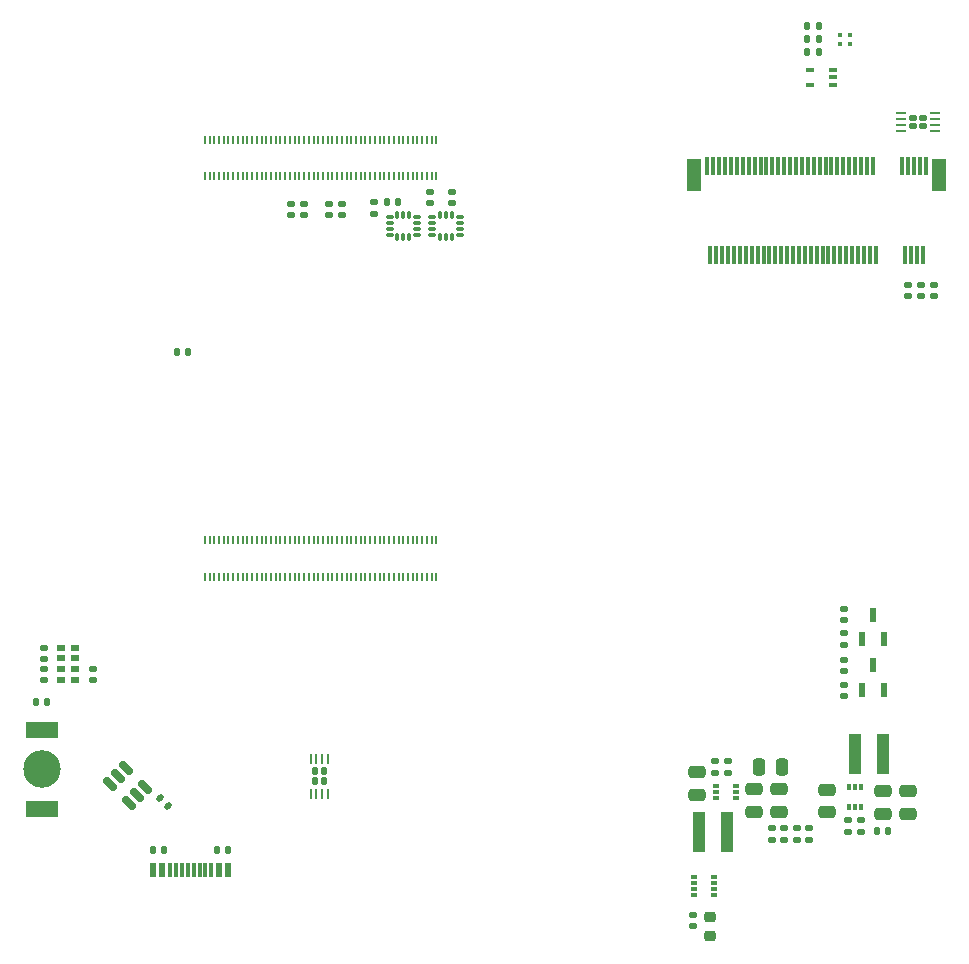
<source format=gbr>
%TF.GenerationSoftware,KiCad,Pcbnew,7.0.1*%
%TF.CreationDate,2023-05-02T11:52:01+02:00*%
%TF.ProjectId,Payload_cm4_23,5061796c-6f61-4645-9f63-6d345f32332e,rev?*%
%TF.SameCoordinates,Original*%
%TF.FileFunction,Paste,Top*%
%TF.FilePolarity,Positive*%
%FSLAX46Y46*%
G04 Gerber Fmt 4.6, Leading zero omitted, Abs format (unit mm)*
G04 Created by KiCad (PCBNEW 7.0.1) date 2023-05-02 11:52:01*
%MOMM*%
%LPD*%
G01*
G04 APERTURE LIST*
G04 Aperture macros list*
%AMRoundRect*
0 Rectangle with rounded corners*
0 $1 Rounding radius*
0 $2 $3 $4 $5 $6 $7 $8 $9 X,Y pos of 4 corners*
0 Add a 4 corners polygon primitive as box body*
4,1,4,$2,$3,$4,$5,$6,$7,$8,$9,$2,$3,0*
0 Add four circle primitives for the rounded corners*
1,1,$1+$1,$2,$3*
1,1,$1+$1,$4,$5*
1,1,$1+$1,$6,$7*
1,1,$1+$1,$8,$9*
0 Add four rect primitives between the rounded corners*
20,1,$1+$1,$2,$3,$4,$5,0*
20,1,$1+$1,$4,$5,$6,$7,0*
20,1,$1+$1,$6,$7,$8,$9,0*
20,1,$1+$1,$8,$9,$2,$3,0*%
G04 Aperture macros list end*
%ADD10R,0.475000X0.300000*%
%ADD11R,0.600000X1.300000*%
%ADD12R,0.800000X0.500000*%
%ADD13RoundRect,0.140000X-0.170000X0.140000X-0.170000X-0.140000X0.170000X-0.140000X0.170000X0.140000X0*%
%ADD14RoundRect,0.140000X0.170000X-0.140000X0.170000X0.140000X-0.170000X0.140000X-0.170000X-0.140000X0*%
%ADD15RoundRect,0.140000X-0.140000X-0.170000X0.140000X-0.170000X0.140000X0.170000X-0.140000X0.170000X0*%
%ADD16RoundRect,0.150000X0.468458X-0.256326X-0.256326X0.468458X-0.468458X0.256326X0.256326X-0.468458X0*%
%ADD17R,0.980000X3.400000*%
%ADD18RoundRect,0.140000X0.140000X0.170000X-0.140000X0.170000X-0.140000X-0.170000X0.140000X-0.170000X0*%
%ADD19R,0.650000X0.400000*%
%ADD20RoundRect,0.250000X-0.475000X0.250000X-0.475000X-0.250000X0.475000X-0.250000X0.475000X0.250000X0*%
%ADD21RoundRect,0.250000X-0.250000X-0.475000X0.250000X-0.475000X0.250000X0.475000X-0.250000X0.475000X0*%
%ADD22R,0.300000X1.550000*%
%ADD23R,1.200000X2.750000*%
%ADD24RoundRect,0.140000X0.219203X0.021213X0.021213X0.219203X-0.219203X-0.021213X-0.021213X-0.219203X0*%
%ADD25R,0.200000X0.700000*%
%ADD26C,3.180000*%
%ADD27R,2.790000X1.400000*%
%ADD28R,0.600000X1.150000*%
%ADD29R,0.300000X1.150000*%
%ADD30RoundRect,0.218750X0.256250X-0.218750X0.256250X0.218750X-0.256250X0.218750X-0.256250X-0.218750X0*%
%ADD31R,0.300000X0.475000*%
%ADD32R,0.400000X0.400000*%
%ADD33RoundRect,0.140000X0.205000X0.140000X-0.205000X0.140000X-0.205000X-0.140000X0.205000X-0.140000X0*%
%ADD34RoundRect,0.062500X0.337500X0.062500X-0.337500X0.062500X-0.337500X-0.062500X0.337500X-0.062500X0*%
%ADD35RoundRect,0.087500X0.225000X0.087500X-0.225000X0.087500X-0.225000X-0.087500X0.225000X-0.087500X0*%
%ADD36RoundRect,0.087500X0.087500X0.225000X-0.087500X0.225000X-0.087500X-0.225000X0.087500X-0.225000X0*%
%ADD37RoundRect,0.250000X0.475000X-0.250000X0.475000X0.250000X-0.475000X0.250000X-0.475000X-0.250000X0*%
%ADD38RoundRect,0.140000X-0.140000X0.205000X-0.140000X-0.205000X0.140000X-0.205000X0.140000X0.205000X0*%
%ADD39RoundRect,0.062500X-0.062500X0.337500X-0.062500X-0.337500X0.062500X-0.337500X0.062500X0.337500X0*%
G04 APERTURE END LIST*
D10*
%TO.C,IC2*%
X166412000Y-97500000D03*
X166412000Y-98000000D03*
X166412000Y-98500000D03*
X166412000Y-99000000D03*
X168088000Y-99000000D03*
X168088000Y-98500000D03*
X168088000Y-98000000D03*
X168088000Y-97500000D03*
%TD*%
D11*
%TO.C,Q2*%
X180600000Y-77400000D03*
X182500000Y-77400000D03*
X181550000Y-75300000D03*
%TD*%
D12*
%TO.C,IC1*%
X114000000Y-80800000D03*
X114000000Y-79900000D03*
X114000000Y-79000000D03*
X114000000Y-78100000D03*
X112800000Y-78100000D03*
X112800000Y-79000000D03*
X112800000Y-79900000D03*
X112800000Y-80800000D03*
%TD*%
D13*
%TO.C,C10*%
X185600000Y-47400000D03*
X185600000Y-48360000D03*
%TD*%
D14*
%TO.C,R19*%
X173000000Y-94360000D03*
X173000000Y-93400000D03*
%TD*%
D15*
%TO.C,C2*%
X110700000Y-82700000D03*
X111660000Y-82700000D03*
%TD*%
D16*
%TO.C,U8*%
X118582583Y-91276085D03*
X119254334Y-90604334D03*
X119926085Y-89932583D03*
X118317417Y-88323915D03*
X117645666Y-88995666D03*
X116973915Y-89667417D03*
%TD*%
D13*
%TO.C,C9*%
X186700000Y-47400000D03*
X186700000Y-48360000D03*
%TD*%
%TO.C,R14*%
X179415000Y-92716462D03*
X179415000Y-93676462D03*
%TD*%
D14*
%TO.C,R18*%
X174050000Y-94360000D03*
X174050000Y-93400000D03*
%TD*%
D17*
%TO.C,L1*%
X166800000Y-93700000D03*
X169170000Y-93700000D03*
%TD*%
D18*
%TO.C,R3*%
X176980000Y-25500000D03*
X176020000Y-25500000D03*
%TD*%
D14*
%TO.C,R17*%
X168200000Y-88680000D03*
X168200000Y-87720000D03*
%TD*%
D19*
%TO.C,U7*%
X178150000Y-30450000D03*
X178150000Y-29800000D03*
X178150000Y-29150000D03*
X176250000Y-29150000D03*
X176250000Y-30450000D03*
%TD*%
D14*
%TO.C,R13*%
X179150000Y-75760000D03*
X179150000Y-74800000D03*
%TD*%
D15*
%TO.C,C17*%
X181915000Y-93616462D03*
X182875000Y-93616462D03*
%TD*%
D11*
%TO.C,Q1*%
X180600000Y-81700000D03*
X182500000Y-81700000D03*
X181550000Y-79600000D03*
%TD*%
D20*
%TO.C,C15*%
X171500000Y-90100000D03*
X171500000Y-92000000D03*
%TD*%
D21*
%TO.C,C14*%
X171950000Y-88200000D03*
X173850000Y-88200000D03*
%TD*%
D14*
%TO.C,C1*%
X111400000Y-79080000D03*
X111400000Y-78120000D03*
%TD*%
D22*
%TO.C,J4*%
X167550000Y-37325000D03*
X167800000Y-44875000D03*
X168050000Y-37325000D03*
X168300000Y-44875000D03*
X168550000Y-37325000D03*
X168800000Y-44875000D03*
X169050000Y-37325000D03*
X169300000Y-44875000D03*
X169550000Y-37325000D03*
X169800000Y-44875000D03*
X170050000Y-37325000D03*
X170300000Y-44875000D03*
X170550000Y-37325000D03*
X170800000Y-44875000D03*
X171050000Y-37325000D03*
X171300000Y-44875000D03*
X171550000Y-37325000D03*
X171800000Y-44875000D03*
X172050000Y-37325000D03*
X172300000Y-44875000D03*
X172550000Y-37325000D03*
X172800000Y-44875000D03*
X173050000Y-37325000D03*
X173300000Y-44875000D03*
X173550000Y-37325000D03*
X173800000Y-44875000D03*
X174050000Y-37325000D03*
X174300000Y-44875000D03*
X174550000Y-37325000D03*
X174800000Y-44875000D03*
X175050000Y-37325000D03*
X175300000Y-44875000D03*
X175550000Y-37325000D03*
X175800000Y-44875000D03*
X176050000Y-37325000D03*
X176300000Y-44875000D03*
X176550000Y-37325000D03*
X176800000Y-44875000D03*
X177050000Y-37325000D03*
X177300000Y-44875000D03*
X177550000Y-37325000D03*
X177800000Y-44875000D03*
X178050000Y-37325000D03*
X178300000Y-44875000D03*
X178550000Y-37325000D03*
X178800000Y-44875000D03*
X179050000Y-37325000D03*
X179300000Y-44875000D03*
X179550000Y-37325000D03*
X179800000Y-44875000D03*
X180050000Y-37325000D03*
X180300000Y-44875000D03*
X180550000Y-37325000D03*
X180800000Y-44875000D03*
X181050000Y-37325000D03*
X181300000Y-44875000D03*
X181550000Y-37325000D03*
X181800000Y-44875000D03*
X184050000Y-37325000D03*
X184300000Y-44875000D03*
X184550000Y-37325000D03*
X184800000Y-44875000D03*
X185050000Y-37325000D03*
X185300000Y-44875000D03*
X185550000Y-37325000D03*
X185800000Y-44875000D03*
X186050000Y-37325000D03*
D23*
X166450000Y-38100000D03*
X187150000Y-38100000D03*
%TD*%
D14*
%TO.C,R7*%
X132300000Y-41480000D03*
X132300000Y-40520000D03*
%TD*%
D24*
%TO.C,C5*%
X121890000Y-91520000D03*
X121211178Y-90841178D03*
%TD*%
D20*
%TO.C,C16*%
X173600000Y-90100000D03*
X173600000Y-92000000D03*
%TD*%
D25*
%TO.C,U2*%
X144600000Y-35100000D03*
X144600000Y-38180000D03*
X144200000Y-35100000D03*
X144200000Y-38180000D03*
X143800000Y-35100000D03*
X143800000Y-38180000D03*
X143400000Y-35100000D03*
X143400000Y-38180000D03*
X143000000Y-35100000D03*
X143000000Y-38180000D03*
X142600000Y-35100000D03*
X142600000Y-38180000D03*
X142200000Y-35100000D03*
X142200000Y-38180000D03*
X141800000Y-35100000D03*
X141800000Y-38180000D03*
X141400000Y-35100000D03*
X141400000Y-38180000D03*
X141000000Y-35100000D03*
X141000000Y-38180000D03*
X140600000Y-35100000D03*
X140600000Y-38180000D03*
X140200000Y-35100000D03*
X140200000Y-38180000D03*
X139800000Y-35100000D03*
X139800000Y-38180000D03*
X139400000Y-35100000D03*
X139400000Y-38180000D03*
X139000000Y-35100000D03*
X139000000Y-38180000D03*
X138600000Y-35100000D03*
X138600000Y-38180000D03*
X138200000Y-35100000D03*
X138200000Y-38180000D03*
X137800000Y-35100000D03*
X137800000Y-38180000D03*
X137400000Y-35100000D03*
X137400000Y-38180000D03*
X137000000Y-35100000D03*
X137000000Y-38180000D03*
X136600000Y-35100000D03*
X136600000Y-38180000D03*
X136200000Y-35100000D03*
X136200000Y-38180000D03*
X135800000Y-35100000D03*
X135800000Y-38180000D03*
X135400000Y-35100000D03*
X135400000Y-38180000D03*
X135000000Y-35100000D03*
X135000000Y-38180000D03*
X134600000Y-35100000D03*
X134600000Y-38180000D03*
X134200000Y-35100000D03*
X134200000Y-38180000D03*
X133800000Y-35100000D03*
X133800000Y-38180000D03*
X133400000Y-35100000D03*
X133400000Y-38180000D03*
X133000000Y-35100000D03*
X133000000Y-38180000D03*
X132600000Y-35100000D03*
X132600000Y-38180000D03*
X132200000Y-35100000D03*
X132200000Y-38180000D03*
X131800000Y-35100000D03*
X131800000Y-38180000D03*
X131400000Y-35100000D03*
X131400000Y-38180000D03*
X131000000Y-35100000D03*
X131000000Y-38180000D03*
X130600000Y-35100000D03*
X130600000Y-38180000D03*
X130200000Y-35100000D03*
X130200000Y-38180000D03*
X129800000Y-35100000D03*
X129800000Y-38180000D03*
X129400000Y-35100000D03*
X129400000Y-38180000D03*
X129000000Y-35100000D03*
X129000000Y-38180000D03*
X128600000Y-35100000D03*
X128600000Y-38180000D03*
X128200000Y-35100000D03*
X128200000Y-38180000D03*
X127800000Y-35100000D03*
X127800000Y-38180000D03*
X127400000Y-35100000D03*
X127400000Y-38180000D03*
X127000000Y-35100000D03*
X127000000Y-38180000D03*
X126600000Y-35100000D03*
X126600000Y-38180000D03*
X126200000Y-35100000D03*
X126200000Y-38180000D03*
X125800000Y-35100000D03*
X125800000Y-38180000D03*
X125400000Y-35100000D03*
X125400000Y-38180000D03*
X125000000Y-35100000D03*
X125000000Y-38180000D03*
X144600000Y-69020000D03*
X144600000Y-72100000D03*
X144200000Y-69020000D03*
X144200000Y-72100000D03*
X143800000Y-69020000D03*
X143800000Y-72100000D03*
X143400000Y-69020000D03*
X143400000Y-72100000D03*
X143000000Y-69020000D03*
X143000000Y-72100000D03*
X142600000Y-69020000D03*
X142600000Y-72100000D03*
X142200000Y-69020000D03*
X142200000Y-72100000D03*
X141800000Y-69020000D03*
X141800000Y-72100000D03*
X141400000Y-69020000D03*
X141400000Y-72100000D03*
X141000000Y-69020000D03*
X141000000Y-72100000D03*
X140600000Y-69020000D03*
X140600000Y-72100000D03*
X140200000Y-69020000D03*
X140200000Y-72100000D03*
X139800000Y-69020000D03*
X139800000Y-72100000D03*
X139400000Y-69020000D03*
X139400000Y-72100000D03*
X139000000Y-69020000D03*
X139000000Y-72100000D03*
X138600000Y-69020000D03*
X138600000Y-72100000D03*
X138200000Y-69020000D03*
X138200000Y-72100000D03*
X137800000Y-69020000D03*
X137800000Y-72100000D03*
X137400000Y-69020000D03*
X137400000Y-72100000D03*
X137000000Y-69020000D03*
X137000000Y-72100000D03*
X136600000Y-69020000D03*
X136600000Y-72100000D03*
X136200000Y-69020000D03*
X136200000Y-72100000D03*
X135800000Y-69020000D03*
X135800000Y-72100000D03*
X135400000Y-69020000D03*
X135400000Y-72100000D03*
X135000000Y-69020000D03*
X135000000Y-72100000D03*
X134600000Y-69020000D03*
X134600000Y-72100000D03*
X134200000Y-69020000D03*
X134200000Y-72100000D03*
X133800000Y-69020000D03*
X133800000Y-72100000D03*
X133400000Y-69020000D03*
X133400000Y-72100000D03*
X133000000Y-69020000D03*
X133000000Y-72100000D03*
X132600000Y-69020000D03*
X132600000Y-72100000D03*
X132200000Y-69020000D03*
X132200000Y-72100000D03*
X131800000Y-69020000D03*
X131800000Y-72100000D03*
X131400000Y-69020000D03*
X131400000Y-72100000D03*
X131000000Y-69020000D03*
X131000000Y-72100000D03*
X130600000Y-69020000D03*
X130600000Y-72100000D03*
X130200000Y-69020000D03*
X130200000Y-72100000D03*
X129800000Y-69020000D03*
X129800000Y-72100000D03*
X129400000Y-69020000D03*
X129400000Y-72100000D03*
X129000000Y-69020000D03*
X129000000Y-72100000D03*
X128600000Y-69020000D03*
X128600000Y-72100000D03*
X128200000Y-69020000D03*
X128200000Y-72100000D03*
X127800000Y-69020000D03*
X127800000Y-72100000D03*
X127400000Y-69020000D03*
X127400000Y-72100000D03*
X127000000Y-69020000D03*
X127000000Y-72100000D03*
X126600000Y-69020000D03*
X126600000Y-72100000D03*
X126200000Y-69020000D03*
X126200000Y-72100000D03*
X125800000Y-69020000D03*
X125800000Y-72100000D03*
X125400000Y-69020000D03*
X125400000Y-72100000D03*
X125000000Y-69020000D03*
X125000000Y-72100000D03*
%TD*%
D14*
%TO.C,R10*%
X179150000Y-80080000D03*
X179150000Y-79120000D03*
%TD*%
%TO.C,C18*%
X145900000Y-40460000D03*
X145900000Y-39500000D03*
%TD*%
D26*
%TO.C,BT2*%
X111200000Y-88400000D03*
D27*
X111200000Y-85035000D03*
X111200000Y-91765000D03*
%TD*%
D13*
%TO.C,C11*%
X184500000Y-47380000D03*
X184500000Y-48340000D03*
%TD*%
D28*
%TO.C,J1*%
X120600000Y-96920000D03*
X121400000Y-96920000D03*
D29*
X122550000Y-96920000D03*
X123550000Y-96920000D03*
X124050000Y-96920000D03*
X125050000Y-96920000D03*
D28*
X126200000Y-96920000D03*
X127000000Y-96920000D03*
X127000000Y-96920000D03*
X126200000Y-96920000D03*
D29*
X125550000Y-96920000D03*
X124550000Y-96920000D03*
X123050000Y-96920000D03*
X122050000Y-96920000D03*
D28*
X121400000Y-96920000D03*
X120600000Y-96920000D03*
%TD*%
D30*
%TO.C,D2*%
X167800000Y-102500000D03*
X167800000Y-100925000D03*
%TD*%
D14*
%TO.C,C19*%
X144100000Y-40460000D03*
X144100000Y-39500000D03*
%TD*%
D18*
%TO.C,R5*%
X176980000Y-26600000D03*
X176020000Y-26600000D03*
%TD*%
D14*
%TO.C,R20*%
X176150000Y-94360000D03*
X176150000Y-93400000D03*
%TD*%
%TO.C,R22*%
X180515000Y-93676462D03*
X180515000Y-92716462D03*
%TD*%
D31*
%TO.C,IC4*%
X180515000Y-89878462D03*
X180015000Y-89878462D03*
X179515000Y-89878462D03*
X179515000Y-91554462D03*
X180015000Y-91554462D03*
X180515000Y-91554462D03*
%TD*%
D18*
%TO.C,R1*%
X127000000Y-95200000D03*
X126040000Y-95200000D03*
%TD*%
D14*
%TO.C,R9*%
X133400000Y-41500000D03*
X133400000Y-40540000D03*
%TD*%
D18*
%TO.C,C6*%
X123610000Y-53100000D03*
X122650000Y-53100000D03*
%TD*%
D13*
%TO.C,R16*%
X169300000Y-87720000D03*
X169300000Y-88680000D03*
%TD*%
D14*
%TO.C,R21*%
X175100000Y-94360000D03*
X175100000Y-93400000D03*
%TD*%
D20*
%TO.C,C7*%
X177715000Y-90116462D03*
X177715000Y-92016462D03*
%TD*%
%TO.C,C12*%
X182415000Y-90266462D03*
X182415000Y-92166462D03*
%TD*%
D32*
%TO.C,D1*%
X179600000Y-27000000D03*
X178800000Y-27000000D03*
X178800000Y-26200000D03*
X179600000Y-26200000D03*
%TD*%
D33*
%TO.C,U5*%
X185800000Y-33950000D03*
X185800000Y-33250000D03*
X184950000Y-33950000D03*
X184950000Y-33250000D03*
D34*
X186825000Y-34350000D03*
X186825000Y-33850000D03*
X186825000Y-33350000D03*
X186825000Y-32850000D03*
X183925000Y-32850000D03*
X183925000Y-33350000D03*
X183925000Y-33850000D03*
X183925000Y-34350000D03*
%TD*%
D35*
%TO.C,U1*%
X142962500Y-43150000D03*
X142962500Y-42650000D03*
X142962500Y-42150000D03*
X142962500Y-41650000D03*
D36*
X142300000Y-41487500D03*
X141800000Y-41487500D03*
X141300000Y-41487500D03*
D35*
X140637500Y-41650000D03*
X140637500Y-42150000D03*
X140637500Y-42650000D03*
X140637500Y-43150000D03*
D36*
X141300000Y-43312500D03*
X141800000Y-43312500D03*
X142300000Y-43312500D03*
%TD*%
D18*
%TO.C,C3*%
X141380000Y-40400000D03*
X140420000Y-40400000D03*
%TD*%
D17*
%TO.C,L2*%
X180015000Y-87116462D03*
X182385000Y-87116462D03*
%TD*%
D20*
%TO.C,C8*%
X184515000Y-90266462D03*
X184515000Y-92166462D03*
%TD*%
D14*
%TO.C,R15*%
X166300000Y-101660000D03*
X166300000Y-100700000D03*
%TD*%
D37*
%TO.C,C13*%
X166700000Y-90550000D03*
X166700000Y-88650000D03*
%TD*%
D18*
%TO.C,R2*%
X121580000Y-95200000D03*
X120620000Y-95200000D03*
%TD*%
D14*
%TO.C,R6*%
X135500000Y-41480000D03*
X135500000Y-40520000D03*
%TD*%
%TO.C,R26*%
X111400000Y-80860000D03*
X111400000Y-79900000D03*
%TD*%
D18*
%TO.C,R4*%
X176980000Y-27700000D03*
X176020000Y-27700000D03*
%TD*%
D13*
%TO.C,R11*%
X179150000Y-81220000D03*
X179150000Y-82180000D03*
%TD*%
D10*
%TO.C,IC3*%
X168262000Y-89800000D03*
X168262000Y-90300000D03*
X168262000Y-90800000D03*
X169938000Y-90800000D03*
X169938000Y-90300000D03*
X169938000Y-89800000D03*
%TD*%
D13*
%TO.C,R12*%
X179150000Y-76890000D03*
X179150000Y-77850000D03*
%TD*%
D14*
%TO.C,R25*%
X115500000Y-80860000D03*
X115500000Y-79900000D03*
%TD*%
D35*
%TO.C,U3*%
X146562500Y-43162500D03*
X146562500Y-42662500D03*
X146562500Y-42162500D03*
X146562500Y-41662500D03*
D36*
X145900000Y-41500000D03*
X145400000Y-41500000D03*
X144900000Y-41500000D03*
D35*
X144237500Y-41662500D03*
X144237500Y-42162500D03*
X144237500Y-42662500D03*
X144237500Y-43162500D03*
D36*
X144900000Y-43325000D03*
X145400000Y-43325000D03*
X145900000Y-43325000D03*
%TD*%
D14*
%TO.C,R8*%
X136600000Y-41480000D03*
X136600000Y-40520000D03*
%TD*%
D38*
%TO.C,U4*%
X135050000Y-88575000D03*
X134350000Y-88575000D03*
X135050000Y-89425000D03*
X134350000Y-89425000D03*
D39*
X135450000Y-87550000D03*
X134950000Y-87550000D03*
X134450000Y-87550000D03*
X133950000Y-87550000D03*
X133950000Y-90450000D03*
X134450000Y-90450000D03*
X134950000Y-90450000D03*
X135450000Y-90450000D03*
%TD*%
D14*
%TO.C,C4*%
X139300000Y-41360000D03*
X139300000Y-40400000D03*
%TD*%
M02*

</source>
